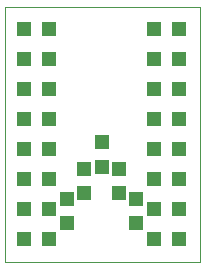
<source format=gtp>
G75*
%MOIN*%
%OFA0B0*%
%FSLAX24Y24*%
%IPPOS*%
%LPD*%
%AMOC8*
5,1,8,0,0,1.08239X$1,22.5*
%
%ADD10C,0.0000*%
%ADD11R,0.0472X0.0472*%
D10*
X002517Y002517D02*
X002517Y011017D01*
X009017Y011017D01*
X009017Y002517D01*
X002517Y002517D01*
D11*
X003166Y003267D03*
X003993Y003267D03*
X004579Y003791D03*
X003993Y004267D03*
X004579Y004618D03*
X005142Y004791D03*
X005142Y005618D03*
X005767Y005666D03*
X006329Y005618D03*
X006329Y004791D03*
X006892Y004618D03*
X007478Y004267D03*
X006892Y003791D03*
X007478Y003267D03*
X008305Y003267D03*
X008305Y004267D03*
X008305Y005267D03*
X007478Y005267D03*
X007478Y006267D03*
X008305Y006267D03*
X008305Y007267D03*
X007478Y007267D03*
X007478Y008267D03*
X008305Y008267D03*
X008305Y009267D03*
X007478Y009267D03*
X007478Y010267D03*
X008305Y010267D03*
X005767Y006493D03*
X003993Y006267D03*
X003166Y006267D03*
X003166Y007267D03*
X003993Y007267D03*
X003993Y008267D03*
X003166Y008267D03*
X003166Y009267D03*
X003993Y009267D03*
X003993Y010267D03*
X003166Y010267D03*
X003166Y005267D03*
X003993Y005267D03*
X003166Y004267D03*
M02*

</source>
